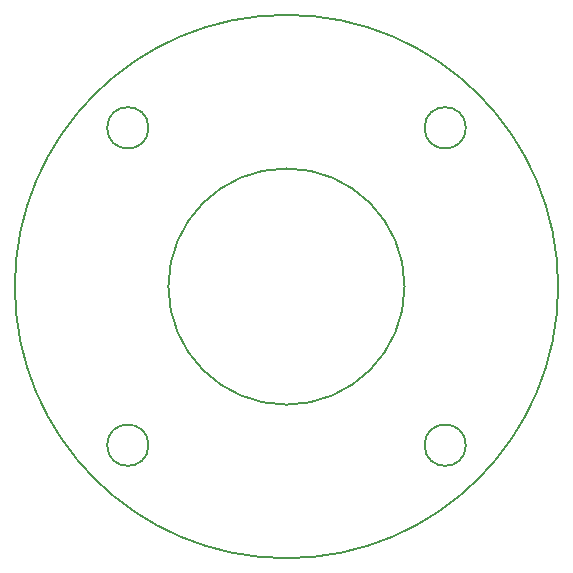
<source format=gbr>
%TF.GenerationSoftware,KiCad,Pcbnew,5.1.7-a382d34a8~87~ubuntu20.04.1*%
%TF.CreationDate,2021-02-25T10:09:00+00:00*%
%TF.ProjectId,UFOPulse,55464f50-756c-4736-952e-6b696361645f,rev?*%
%TF.SameCoordinates,Original*%
%TF.FileFunction,Profile,NP*%
%FSLAX46Y46*%
G04 Gerber Fmt 4.6, Leading zero omitted, Abs format (unit mm)*
G04 Created by KiCad (PCBNEW 5.1.7-a382d34a8~87~ubuntu20.04.1) date 2021-02-25 10:09:00*
%MOMM*%
%LPD*%
G01*
G04 APERTURE LIST*
%TA.AperFunction,Profile*%
%ADD10C,0.200000*%
%TD*%
G04 APERTURE END LIST*
D10*
X150544660Y-105111775D02*
G75*
G03*
X150544660Y-105111775I-9999999J0D01*
G01*
X163544660Y-105111775D02*
G75*
G03*
X163544660Y-105111775I-22999999J0D01*
G01*
X128859631Y-91676746D02*
G75*
G03*
X128859631Y-91676746I-1749999J0D01*
G01*
X128859634Y-118546804D02*
G75*
G03*
X128859634Y-118546804I-1750002J0D01*
G01*
X155729689Y-118546804D02*
G75*
G03*
X155729689Y-118546804I-1749999J0D01*
G01*
X155729690Y-91676746D02*
G75*
G03*
X155729690Y-91676746I-1750000J0D01*
G01*
M02*

</source>
